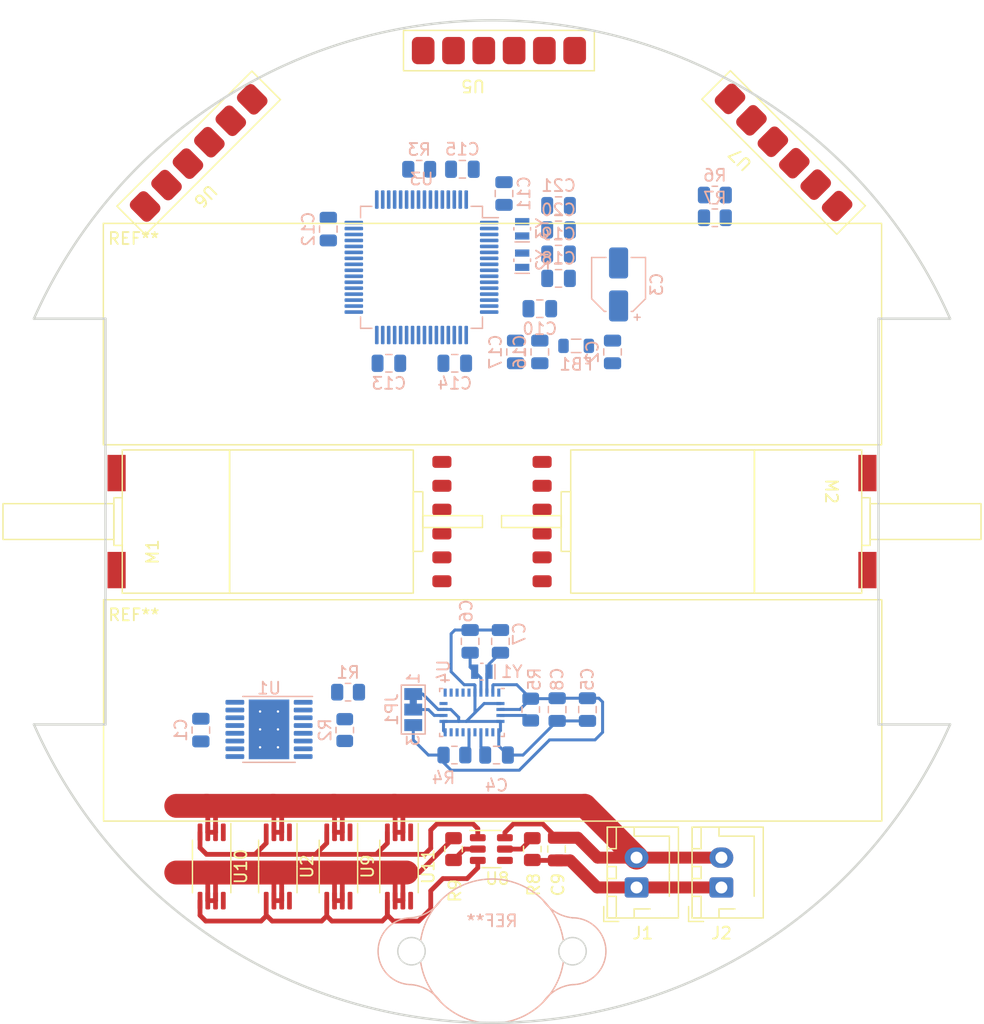
<source format=kicad_pcb>
(kicad_pcb (version 20221018) (generator pcbnew)
  (layers (0 "F.Cu" signal) (31 "B.Cu" signal) (34 "B.Paste" user) (35 "F.Paste" user) (36 "B.SilkS" user "B.Silkscreen") (37 "F.SilkS" user "F.Silkscreen") (38 "B.Mask" user) (39 "F.Mask" user) (44 "Edge.Cuts" user))
  (net 0 "")
  (net 1 "GND")
  (net 2 "M1_B")
  (net 3 "+5V")
  (net 4 "M1_A")
  (net 5 "Net-(M1-M2)")
  (net 6 "Net-(M1-M1)")
  (net 7 "M2_B")
  (net 8 "M2_A")
  (net 9 "Net-(M2-M2)")
  (net 10 "Net-(M2-M1)")
  (net 12 "Net-(U1-AISEN)")
  (net 13 "Net-(U1-BISEN)")
  (net 15 "-BATT")
  (net 16 "DRV_B1")
  (net 17 "Net-(U1-VCP)")
  (net 18 "DRV_B2")
  (net 19 "DRV_A2")
  (net 20 "Net-(JP1-C)")
  (net 21 "+3.3V")
  (net 22 "BNO_INT")
  (net 23 "VL_EN1")
  (net 24 "VL_EN2")
  (net 25 "VL_EN3")
  (net 26 "SDA")
  (net 27 "SCL")
  (net 29 "Net-(U4-~{BOOT_LOAD_PIN})")
  (net 32 "Net-(U4-CAP)")
  (net 34 "Net-(U4-~{RESET})")
  (net 41 "Net-(U4-XOUT32)")
  (net 42 "Net-(U4-XIN32)")
  (net 46 "DRV_A1")
  (net 47 "+BATT")
  (net 48 "Net-(U8-VCC)")
  (net 49 "Net-(U8-CS)")
  (net 50 "Net-(U10-G1)")
  (net 51 "Net-(U10-G2)")
  (net 53 "Net-(U9-D-Pad1)")
  (net 54 "Net-(U10-D-Pad1)")
  (net 55 "Net-(U2-D-Pad1)")
  (net 56 "Net-(U11-D-Pad1)")
  (net 57 "Net-(R9-Pad1)")
  (net 58 "/NRST")
  (net 59 "+3.3VA")
  (net 60 "Net-(U3-PF1)")
  (net 61 "Net-(U3-PF0)")
  (net 62 "Net-(U3-PC15)")
  (net 63 "Net-(U3-PC14)")
  (net 64 "/BOOT0")
  (footprint "pololu:VL53L0X" (layer "F.Cu") (at 68.58 22.225 180)
    (fp_text reference "U5")
    (fp_text value "~")
  )
  (footprint "Connector_JST:JST_XH_B2B-XH-AM_1x02_P2.50mm_Vertical" (layer "F.Cu") (at 72.119 90.658 90)
    (fp_text reference "J1")
    (fp_text value "Battery connector")
  )
  (footprint "Package_SO:TSSOP-8_4.4x3mm_P0.65mm" (layer "F.Cu") (at 52.2025 88.9 -90)
    (fp_text reference "U11")
    (fp_text value "~")
  )
  (footprint "pololu:N20_EXTENDED_SHAFT" (layer "F.Cu") (at 19 60 90)
    (fp_text reference "M1")
    (fp_text value "N20_MOTOR_EXTENDED_SHAFT")
  )
  (footprint "Resistor_SMD:R_0805_2012Metric" (layer "F.Cu") (at 56.7745 87.442 -90)
    (fp_text reference "R9")
    (fp_text value "1K")
  )
  (footprint "Resistor_SMD:R_0805_2012Metric" (layer "F.Cu") (at 63.3785 87.442 90)
    (fp_text reference "R8")
    (fp_text value "100R")
  )
  (footprint "Package_TO_SOT_SMD:SOT-23-6" (layer "F.Cu") (at 59.944 87.442)
    (fp_text reference "U8")
    (fp_text value "~")
  )
  (footprint "pololu:VL53L0X" (layer "F.Cu") (at 88.907818 35.925839 135)
    (fp_text reference "U7")
    (fp_text value "~")
  )
  (footprint "pololu:N20_EXTENDED_SHAFT" (layer "F.Cu") (at 101 60 -90)
    (fp_text reference "M2")
    (fp_text value "N20_MOTOR_EXTENDED_SHAFT")
  )
  (footprint "Connector_JST:JST_XH_B2B-XH-AM_1x02_P2.50mm_Vertical" (layer "F.Cu") (at 79.231 90.658 90)
    (fp_text reference "J2")
    (fp_text value "Battery connector")
  )
  (footprint "pololu:SAMSUNG_18650" (layer "F.Cu") (at 27.432 66.548)
    (fp_text reference "REF**")
    (fp_text value "SAMSUNG_18650")
  )
  (footprint "pololu:SAMSUNG_18650" (layer "F.Cu") (at 27.414 35.016)
    (fp_text reference "REF**")
    (fp_text value "SAMSUNG_18650")
  )
  (footprint "Package_SO:TSSOP-8_4.4x3mm_P0.65mm" (layer "F.Cu") (at 47.1225 88.9 -90)
    (fp_text reference "U9")
    (fp_text value "~")
  )
  (footprint "Package_SO:TSSOP-8_4.4x3mm_P0.65mm" (layer "F.Cu") (at 36.4955 88.9 -90)
    (fp_text reference "U10")
    (fp_text value "~")
  )
  (footprint "Capacitor_SMD:C_0805_2012Metric" (layer "F.Cu") (at 65.4105 87.442 -90)
    (fp_text reference "C9")
    (fp_text value "100nF")
  )
  (footprint "Package_SO:TSSOP-8_4.4x3mm_P0.65mm" (layer "F.Cu") (at 42.0425 88.9 -90)
    (fp_text reference "U2")
    (fp_text value "~")
  )
  (footprint "pololu:VL53L0X" (layer "F.Cu") (at 42.257788 24.648233 -135)
    (fp_text reference "U6")
    (fp_text value "~")
  )
  (footprint "Capacitor_SMD:C_0805_2012Metric" (layer "B.Cu") (at 60.706 70.038 90)
    (fp_text reference "C7")
    (fp_text value "22pF")
  )
  (footprint "Jumper:SolderJumper-3_P1.3mm_Bridged12_Pad1.0x1.5mm_NumberLabels" (layer "B.Cu") (at 53.396154 75.753 -90)
    (fp_text reference "JP1")
    (fp_text value "I2C_ADDR_SEL")
  )
  (footprint "Capacitor_SMD:C_0805_2012Metric" (layer "B.Cu") (at 65.5785 39.624 180)
    (fp_text reference "C18")
    (fp_text value "12pf")
  )
  (footprint "Resistor_SMD:R_0805_2012Metric" (layer "B.Cu") (at 56.848654 79.563 180)
    (fp_text reference "R4")
    (fp_text value "10K")
  )
  (footprint "Resistor_SMD:R_0805_2012Metric" (layer "B.Cu") (at 47.655 77.47 -90)
    (fp_text reference "R2")
    (fp_text value "0.2R")
  )
  (footprint "pololu:BALL_CASTER_3_8" (layer "B.Cu") (at 59.99997 96 180)
    (fp_text reference "REF**")
    (fp_text value "BALL_CASTER_3_8")
    (fp_circle (center -6.75 0) (end -5.6 0) (stroke (width 0.12)) (fill none) (layer "Edge.Cuts"))
    (fp_circle (center 6.75 0) (end 7.9 0) (stroke (width 0.12)) (fill none) (layer "Edge.Cuts"))
  )
  (footprint "Package_LGA:LGA-28_5.2x3.8mm_P0.5mm" (layer "B.Cu") (at 58.321 75.9955 180)
    (fp_text reference "U4")
    (fp_text value "BNO055")
  )
  (footprint "Inductor_SMD:L_0805_2012Metric" (layer "B.Cu") (at 67.056 45.278)
    (fp_text reference "FB1")
    (fp_text value "FerriteBead")
  )
  (footprint "Capacitor_SMD:CP_Elec_4x3" (layer "B.Cu") (at 70.612 40.132 90)
    (fp_text reference "C3")
    (fp_text value "10uF")
  )
  (footprint "Capacitor_SMD:C_0805_2012Metric" (layer "B.Cu") (at 35.59 77.47 -90)
    (fp_text reference "C1")
    (fp_text value "10nF")
  )
  (footprint "Capacitor_SMD:C_0805_2012Metric" (layer "B.Cu") (at 58.166 70.038 90)
    (fp_text reference "C6")
    (fp_text value "22pF")
  )
  (footprint "Capacitor_SMD:C_0805_2012Metric" (layer "B.Cu") (at 65.5785 37.592 180)
    (fp_text reference "C19")
    (fp_text value "12pf")
  )
  (footprint "Capacitor_SMD:C_0805_2012Metric" (layer "B.Cu") (at 57.5165 30.48 180)
    (fp_text reference "C15")
    (fp_text value "100nF")
  )
  (footprint "Resistor_SMD:R_0805_2012Metric" (layer "B.Cu") (at 47.9325 74.295 180)
    (fp_text reference "R1")
    (fp_text value "0.2R")
  )
  (footprint "Resistor_SMD:R_0805_2012Metric" (layer "B.Cu") (at 53.8945 30.48 180)
    (fp_text reference "R3")
    (fp_text value "10K")
  )
  (footprint "Crystal:Crystal_SMD_MicroCrystal_CM9V-T1A-2Pin_1.6x1.0mm" (layer "B.Cu") (at 62.5305 35.468 90)
    (fp_text reference "Y3")
    (fp_text value "32.768kHz")
  )
  (footprint "Capacitor_SMD:C_0805_2012Metric" (layer "B.Cu") (at 65.5785 33.528 180)
    (fp_text reference "C21")
    (fp_text value "4.3pF")
  )
  (footprint "Capacitor_SMD:C_0805_2012Metric" (layer "B.Cu") (at 61.976 45.786 -90)
    (fp_text reference "C17")
    (fp_text value "10nF")
  )
  (footprint "Capacitor_SMD:C_0805_2012Metric" (layer "B.Cu") (at 70.104 45.786 -90)
    (fp_text reference "C2")
    (fp_text value "1uF")
  )
  (footprint "Package_SO:HTSSOP-16-1EP_4.4x5mm_P0.65mm_EP3.4x5mm_Mask2.46x2.31mm_ThermalVias" (layer "B.Cu") (at 41.305 77.415 180)
    (fp_text reference "U1")
    (fp_text value "DRV8833PWP")
  )
  (footprint "Capacitor_SMD:C_0805_2012Metric" (layer "B.Cu") (at 64.008 42.164)
    (fp_text reference "C10")
    (fp_text value "100nF")
  )
  (footprint "Package_QFP:LQFP-64_10x10mm_P0.5mm" (layer "B.Cu") (at 54.0885 38.695 180)
    (fp_text reference "U3")
    (fp_text value "STM32F303RETx")
  )
  (footprint "Crystal:Crystal_SMD_MicroCrystal_CM9V-T1A-2Pin_1.6x1.0mm" (layer "B.Cu") (at 59.146154 72.578 180)
    (fp_text reference "Y1")
    (fp_text value "32.768kHz")
  )
  (footprint "Capacitor_SMD:C_0805_2012Metric" (layer "B.Cu") (at 68.001154 75.753 -90)
    (fp_text reference "C5")
    (fp_text value "100nF")
  )
  (footprint "Resistor_SMD:R_0805_2012Metric" (layer "B.Cu") (at 78.683 32.639 180)
    (fp_text reference "R6")
    (fp_text value "R")
  )
  (footprint "Capacitor_SMD:C_0805_2012Metric" (layer "B.Cu") (at 60.381154 79.563)
    (fp_text reference "C4")
    (fp_text value "1uF")
  )
  (footprint "Crystal:Crystal_SMD_MicroCrystal_CM9V-T1A-2Pin_1.6x1.0mm" (layer "B.Cu") (at 62.5305 38.1 90)
    (fp_text reference "Y2")
    (fp_text value "8MHz")
  )
  (footprint "Capacitor_SMD:C_0805_2012Metric" (layer "B.Cu") (at 65.5785 35.56 180)
    (fp_text reference "C20")
    (fp_text value "4.3pF")
  )
  (footprint "Capacitor_SMD:C_0805_2012Metric" (layer "B.Cu") (at 61.0065 32.512 90)
    (fp_text reference "C11")
    (fp_text value "1uF")
  )
  (footprint "Capacitor_SMD:C_0805_2012Metric" (layer "B.Cu") (at 56.8765 46.736)
    (fp_text reference "C14")
    (fp_text value "100nF")
  )
  (footprint "Resistor_SMD:R_0805_2012Metric" (layer "B.Cu") (at 63.246 75.753 90)
    (fp_text reference "R5")
    (fp_text value "10K")
  )
  (footprint "Capacitor_SMD:C_0805_2012Metric" (layer "B.Cu") (at 51.3545 46.736)
    (fp_text reference "C13")
    (fp_text value "100nF")
  )
  (footprint "Capacitor_SMD:C_0805_2012Metric" (layer "B.Cu") (at 65.461154 75.753 -90)
    (fp_text reference "C8")
    (fp_text value "120nF")
  )
  (footprint "Resistor_SMD:R_0805_2012Metric" (layer "B.Cu") (at 78.683 34.544 180)
    (fp_text reference "R7")
    (fp_text value "R")
  )
  (footprint "Capacitor_SMD:C_0805_2012Metric" (layer "B.Cu") (at 64.008 45.786 -90)
    (fp_text reference "C16")
    (fp_text value "1uF")
  )
  (footprint "Capacitor_SMD:C_0805_2012Metric" (layer "B.Cu") (at 46.2745 35.494 -90)
    (fp_text reference "C12")
    (fp_text value "100nF")
  )
  (gr_line (start 21.5943 43) (end 27.5943 43) (stroke (width 0.2)) (layer "Edge.Cuts"))
  (gr_line (start 92.4057 77) (end 92.4057 43) (stroke (width 0.2)) (layer "Edge.Cuts"))
  (gr_line (start 27.5943 77) (end 21.5943 77) (stroke (width 0.2)) (layer "Edge.Cuts"))
  (gr_arc (start 98.405731 76.999995) (mid 59.999927 102) (end 21.59421 76.999861) (stroke (width 0.2)) (layer "Edge.Cuts"))
  (gr_line (start 27.5943 43) (end 27.5943 77) (stroke (width 0.2)) (layer "Edge.Cuts"))
  (gr_line (start 98.4057 77) (end 92.4057 77) (stroke (width 0.2)) (layer "Edge.Cuts"))
  (gr_arc (start 21.59421 43.000139) (mid 59.999927 18) (end 98.405731 43.000005) (stroke (width 0.2)) (layer "Edge.Cuts"))
  (gr_line (start 92.4057 43) (end 98.4057 43) (stroke (width 0.2)) (layer "Edge.Cuts"))
  (segment (start 56.571154 69.403) (end 56.571154 72.578) (width 0.25) (layer "B.Cu") (net 1))
  (segment (start 58.166 69.088) (end 56.886154 69.088) (width 0.25) (layer "B.Cu") (net 1))
  (segment (start 60.571 78.802846) (end 61.331154 79.563) (width 0.25) (layer "B.Cu") (net 1))
  (segment (start 58.571 74.333) (end 58.571 76.015654) (width 0.25) (layer "B.Cu") (net 1))
  (segment (start 57.206154 76.7455) (end 57.841154 76.7455) (width 0.25) (layer "B.Cu") (net 1))
  (segment (start 55.9335 77.5205) (end 56.071 77.658) (width 0.25) (layer "B.Cu") (net 1))
  (segment (start 58.571 73.7185) (end 58.571 74.333) (width 0.25) (layer "B.Cu") (net 1))
  (segment (start 62.601154 79.563) (end 65.461154 76.703) (width 0.25) (layer "B.Cu") (net 1))
  (segment (start 60.7085 77.5205) (end 60.571 77.658) (width 0.25) (layer "B.Cu") (net 1))
  (segment (start 56.886154 69.088) (end 56.571154 69.403) (width 0.25) (layer "B.Cu") (net 1))
  (segment (start 60.571 77.658) (end 60.571 78.802846) (width 0.25) (layer "B.Cu") (net 1))
  (segment (start 58.523 73.6705) (end 58.571 73.7185) (width 0.25) (layer "B.Cu") (net 1))
  (segment (start 57.841154 76.7455) (end 60.7085 76.7455) (width 0.25) (layer "B.Cu") (net 1))
  (segment (start 58.571 76.015654) (end 57.841154 76.7455) (width 0.25) (layer "B.Cu") (net 1))
  (segment (start 54.189896 74.453) (end 55.482396 75.7455) (width 0.25) (layer "B.Cu") (net 1))
  (segment (start 59.341154 75.2455) (end 58.571 76.015654) (width 0.25) (layer "B.Cu") (net 1))
  (segment (start 60.7085 75.2455) (end 59.341154 75.2455) (width 0.25) (layer "B.Cu") (net 1))
  (segment (start 58.166 69.088) (end 58.156154 69.088) (width 0.25) (layer "B.Cu") (net 1))
  (segment (start 55.9335 76.7455) (end 55.9335 77.5205) (width 0.25) (layer "B.Cu") (net 1))
  (segment (start 56.548 75.7455) (end 57.206154 76.403654) (width 0.25) (layer "B.Cu") (net 1))
  (segment (start 55.482396 75.7455) (end 55.9335 75.7455) (width 0.25) (layer "B.Cu") (net 1))
  (segment (start 65.461154 76.703) (end 68.001154 76.703) (width 0.25) (layer "B.Cu") (net 1))
  (segment (start 58.166 69.088) (end 60.706 69.088) (width 0.25) (layer "B.Cu") (net 1))
  (segment (start 56.571154 72.578) (end 57.663654 73.6705) (width 0.25) (layer "B.Cu") (net 1))
  (segment (start 57.206154 76.403654) (end 57.206154 76.7455) (width 0.25) (layer "B.Cu") (net 1))
  (segment (start 57.663654 73.6705) (end 58.523 73.6705) (width 0.25) (layer "B.Cu") (net 1))
  (segment (start 53.396154 74.453) (end 54.189896 74.453) (width 0.25) (layer "B.Cu") (net 1))
  (segment (start 58.156154 69.088) (end 57.841154 69.403) (width 0.25) (layer "B.Cu") (net 1))
  (segment (start 55.9335 76.7455) (end 57.206154 76.7455) (width 0.25) (layer "B.Cu") (net 1))
  (segment (start 55.9335 75.7455) (end 56.548 75.7455) (width 0.25) (layer "B.Cu") (net 1))
  (segment (start 60.7085 76.7455) (end 60.7085 77.5205) (width 0.25) (layer "B.Cu") (net 1))
  (segment (start 61.331154 79.563) (end 62.601154 79.563) (width 0.25) (layer "B.Cu") (net 1))
  (segment (start 65.4105 86.492) (end 64.2625 85.344) (width 0.4) (layer "F.Cu") (net 15))
  (segment (start 33.528 83.82) (end 36.068 83.82) (width 2) (layer "F.Cu") (net 15))
  (segment (start 61.0815 86.0505) (end 61.0815 86.492) (width 0.4) (layer "F.Cu") (net 15))
  (segment (start 46.7975 83.8815) (end 46.736 83.82) (width 0.4) (layer "F.Cu") (net 15))
  (segment (start 65.4105 86.492) (end 65.4105 86.853827) (width 0.25) (layer "F.Cu") (net 15))
  (segment (start 68.854 88.158) (end 72.119 88.158) (width 1) (layer "F.Cu") (net 15))
  (segment (start 51.816 83.82) (end 67.781 83.82) (width 2) (layer "F.Cu") (net 15))
  (segment (start 67.781 83.82) (end 72.119 88.158) (width 2) (layer "F.Cu") (net 15))
  (segment (start 41.656 83.82) (end 46.736 83.82) (width 2) (layer "F.Cu") (net 15))
  (segment (start 41.7175 83.8815) (end 41.656 83.82) (width 0.4) (layer "F.Cu") (net 15))
  (segment (start 51.8775 86.0375) (end 52.5275 86.0375) (width 0.4) (layer "F.Cu") (net 15))
  (segment (start 36.1705 86.0375) (end 36.1705 83.9225) (width 0.4) (layer "F.Cu") (net 15))
  (segment (start 36.8205 84.5725) (end 36.068 83.82) (width 0.4) (layer "F.Cu") (net 15))
  (segment (start 42.3675 84.5315) (end 41.656 83.82) (width 0.4) (layer "F.Cu") (net 15))
  (segment (start 36.1705 83.9225) (end 36.068 83.82) (width 0.4) (layer "F.Cu") (net 15))
  (segment (start 36.068 83.82) (end 41.656 83.82) (width 2) (layer "F.Cu") (net 15))
  (segment (start 46.7975 86.0375) (end 46.7975 83.8815) (width 0.4) (layer "F.Cu") (net 15))
  (segment (start 67.188 86.492) (end 68.854 88.158) (width 1) (layer "F.Cu") (net 15))
  (segment (start 65.4105 86.492) (end 67.188 86.492) (width 1) (layer "F.Cu") (net 15))
  (segment (start 72.119 88.158) (end 79.231 88.158) (width 1) (layer "F.Cu") (net 15))
  (segment (start 41.7175 86.0375) (end 41.7175 83.8815) (width 0.4) (layer "F.Cu") (net 15))
  (segment (start 52.5275 86.0375) (end 52.5275 84.5315) (width 0.4) (layer "F.Cu") (net 15))
  (segment (start 47.4475 86.0375) (end 47.4475 84.5315) (width 0.4) (layer "F.Cu") (net 15))
  (segment (start 42.3675 86.0375) (end 42.3675 84.5315) (width 0.4) (layer "F.Cu") (net 15))
  (segment (start 41.7175 86.0375) (end 42.3675 86.0375) (width 0.4) (layer "F.Cu") (net 15))
  (segment (start 64.2625 85.344) (end 61.788 85.344) (width 0.4) (layer "F.Cu") (net 15))
  (segment (start 46.736 83.82) (end 51.816 83.82) (width 2) (layer "F.Cu") (net 15))
  (segment (start 36.8205 86.0375) (end 36.8205 84.5725) (width 0.4) (layer "F.Cu") (net 15))
  (segment (start 61.788 85.344) (end 61.0815 86.0505) (width 0.4) (layer "F.Cu") (net 15))
  (segment (start 47.4475 84.5315) (end 46.736 83.82) (width 0.4) (layer "F.Cu") (net 15))
  (segment (start 51.8775 83.8815) (end 51.816 83.82) (width 0.4) (layer "F.Cu") (net 15))
  (segment (start 46.7975 86.0375) (end 47.4475 86.0375) (width 0.4) (layer "F.Cu") (net 15))
  (segment (start 52.5275 84.5315) (end 51.816 83.82) (width 0.4) (layer "F.Cu") (net 15))
  (segment (start 51.8775 86.0375) (end 51.8775 83.8815) (width 0.4) (layer "F.Cu") (net 15))
  (segment (start 36.1705 86.0375) (end 36.8205 86.0375) (width 0.4) (layer "F.Cu") (net 15))
  (segment (start 54.666154 75.753) (end 53.396154 75.753) (width 0.25) (layer "B.Cu") (net 20))
  (segment (start 55.158654 76.2455) (end 54.666154 75.753) (width 0.25) (layer "B.Cu") (net 20))
  (segment (start 55.9335 76.2455) (end 55.158654 76.2455) (width 0.25) (layer "B.Cu") (net 20))
  (segment (start 64.16 60.96) (end 64.2 61) (width 0.25) (layer "F.Cu") (net 21))
  (segment (start 65.423654 74.8405) (end 65.461154 74.803) (width 0.25) (layer "B.Cu") (net 21))
  (segment (start 55.936154 79.563) (end 54.666154 79.563) (width 0.25) (layer "B.Cu") (net 21))
  (segment (start 54.666154 79.563) (end 53.396154 78.293) (width 0.25) (layer "B.Cu") (net 21))
  (segment (start 60.071 74.333) (end 60.071 73.7185) (width 0.25) (layer "B.Cu") (net 21))
  (segment (start 60.119 73.6705) (end 62.076 73.6705) (width 0.25) (layer "B.Cu") (net 21))
  (segment (start 62.076 73.6705) (end 63.246 74.8405) (width 0.25) (layer "B.Cu") (net 21))
  (segment (start 56.571154 80.833) (end 62.286154 80.833) (width 0.25) (layer "B.Cu") (net 21))
  (segment (start 68.956154 74.803) (end 68.001154 74.803) (width 0.25) (layer "B.Cu") (net 21))
  (segment (start 55.936154 79.563) (end 55.936154 80.198) (width 0.25) (layer "B.Cu") (net 21))
  (segment (start 69.271154 75.118) (end 68.956154 74.803) (width 0.25) (layer "B.Cu") (net 21))
  (segment (start 62.341 75.7455) (end 60.7085 75.7455) (width 0.25) (layer "B.Cu") (net 21))
  (segment (start 64.826154 78.293) (end 68.636154 78.293) (width 0.25) (layer "B.Cu") (net 21))
  (segment (start 69.271154 77.658) (end 69.271154 75.118) (width 0.25) (layer "B.Cu") (net 21))
  (segment (start 62.286154 80.833) (end 64.826154 78.293) (width 0.25) (layer "B.Cu") (net 21))
  (segment (start 68.636154 78.293) (end 69.271154 77.658) (width 0.25) (layer "B.Cu") (net 21))
  (segment (start 65.461154 74.803) (end 68.001154 74.803) (width 0.25) (layer "B.Cu") (net 21))
  (segment (start 53.396154 78.293) (end 53.396154 77.053) (width 0.25) (layer "B.Cu") (net 21))
  (segment (start 63.246 74.8405) (end 65.423654 74.8405) (width 0.25) (layer "B.Cu") (net 21))
  (segment (start 63.246 74.8405) (end 62.341 75.7455) (width 0.25) (layer "B.Cu") (net 21))
  (segment (start 60.071 73.7185) (end 60.119 73.6705) (width 0.25) (layer "B.Cu") (net 21))
  (segment (start 55.936154 80.198) (end 56.571154 80.833) (width 0.25) (layer "B.Cu") (net 21))
  (segment (start 63.246 76.6655) (end 62.826 76.2455) (width 0.25) (layer "B.Cu") (net 29))
  (segment (start 62.826 76.2455) (end 60.7085 76.2455) (width 0.25) (layer "B.Cu") (net 29))
  (segment (start 59.431154 79.563) (end 59.746154 79.563) (width 0.25) (layer "B.Cu") (net 32))
  (segment (start 59.071 78.887846) (end 59.071 77.658) (width 0.25) (layer "B.Cu") (net 32))
  (segment (start 59.746154 79.563) (end 59.071 78.887846) (width 0.25) (layer "B.Cu") (net 32))
  (segment (start 57.761154 79.563) (end 58.071 79.253154) (width 0.25) (layer "B.Cu") (net 34))
  (segment (start 58.071 79.253154) (end 58.071 77.658) (width 0.25) (layer "B.Cu") (net 34))
  (segment (start 58.166 70.988) (end 58.166 72.197846) (width 0.25) (layer "B.Cu") (net 41))
  (segment (start 59.071 73.102846) (end 59.071 74.333) (width 0.25) (layer "B.Cu") (net 41))
  (segment (start 58.166 72.197846) (end 58.546154 72.578) (width 0.25) (layer "B.Cu") (net 41))
  (segment (start 58.546154 72.578) (end 59.071 73.102846) (width 0.25) (layer "B.Cu") (net 41))
  (segment (start 59.746154 72.578) (end 59.746154 71.947846) (width 0.25) (layer "B.Cu") (net 42))
  (segment (start 59.746154 72.578) (end 59.571 72.753154) (width 0.25) (layer "B.Cu") (net 42))
  (segment (start 59.746154 71.947846) (end 60.706 70.988) (width 0.25) (layer "B.Cu") (net 42))
  (segment (start 59.571 72.753154) (end 59.571 74.333) (width 0.25) (layer "B.Cu") (net 42))
  (segment (start 66.548 88.392) (end 68.814 90.658) (width 1) (layer "F.Cu") (net 47))
  (segment (start 65.4105 88.392) (end 63.416 88.392) (width 0.4) (layer "F.Cu") (net 47))
  (segment (start 72.119 90.658) (end 79.231 90.658) (width 1) (layer "F.Cu") (net 47))
  (segment (start 65.4105 88.392) (end 66.548 88.392) (width 1) (layer "F.Cu") (net 47))
  (segment (start 63.416 88.392) (end 63.3785 88.3545) (width 0.4) (layer "F.Cu") (net 47))
  (segment (start 68.814 90.658) (end 72.119 90.658) (width 1) (layer "F.Cu") (net 47))
  (segment (start 61.0815 87.442) (end 62.466 87.442) (width 0.4) (layer "F.Cu") (net 48))
  (segment (start 62.466 87.442) (end 63.3785 86.5295) (width 0.4) (layer "F.Cu") (net 48))
  (segment (start 58.8065 87.442) (end 57.687 87.442) (width 0.4) (layer "F.Cu") (net 49))
  (segment (start 57.687 87.442) (end 56.7745 88.3545) (width 0.4) (layer "F.Cu") (net 49))
  (segment (start 58.8065 85.7305) (end 58.8065 86.492) (width 0.4) (layer "F.Cu") (net 50))
  (segment (start 35.5205 86.0375) (end 35.5205 87.3365) (width 0.4) (layer "F.Cu") (net 50))
  (segment (start 50.292 87.884) (end 51.2275 86.9485) (width 0.4) (layer "F.Cu") (net 50))
  (segment (start 45.212 87.884) (end 46.1475 86.9485) (width 0.4) (layer "F.Cu") (net 50))
  (segment (start 45.212 87.884) (end 50.292 87.884) (width 0.4) (layer "F.Cu") (net 50))
  (segment (start 50.292 87.884) (end 54.356 87.884) (width 0.4) (layer "F.Cu") (net 50))
  (segment (start 54.864 85.852) (end 55.372 85.344) (width 0.4) (layer "F.Cu") (net 50))
  (segment (start 55.372 85.344) (end 58.42 85.344) (width 0.4) (layer "F.Cu") (net 50))
  (segment (start 35.5205 87.3365) (end 36.068 87.884) (width 0.4) (layer "F.Cu") (net 50))
  (segment (start 51.2275 86.9485) (end 51.2275 86.0375) (width 0.4) (layer "F.Cu") (net 50))
  (segment (start 54.356 87.884) (end 54.864 87.376) (width 0.4) (layer "F.Cu") (net 50))
  (segment (start 58.42 85.344) (end 58.8065 85.7305) (width 0.4) (layer "F.Cu") (net 50))
  (segment (start 40.132 87.884) (end 45.212 87.884) (width 0.4) (layer "F.Cu") (net 50))
  (segment (start 36.068 87.884) (end 40.132 87.884) (width 0.4) (layer "F.Cu") (net 50))
  (segment (start 40.132 87.884) (end 41.0675 86.9485) (width 0.4) (layer "F.Cu") (net 50))
  (segment (start 46.1475 86.9485) (end 46.1475 86.0375) (width 0.4) (layer "F.Cu") (net 50))
  (segment (start 54.864 87.376) (end 54.864 85.852) (width 0.4) (layer "F.Cu") (net 50))
  (segment (start 41.0675 86.9485) (end 41.0675 86.0375) (width 0.4) (layer "F.Cu") (net 50))
  (segment (start 54.864 90.932) (end 55.88 89.916) (width 0.4) (layer "F.Cu") (net 51))
  (segment (start 55.88 89.916) (end 57.912 89.916) (width 0.4) (layer "F.Cu") (net 51))
  (segment (start 40.64 93.472) (end 35.997696 93.472) (width 0.4) (layer "F.Cu") (net 51))
  (segment (start 35.5205 92.994804) (end 35.5205 91.7625) (width 0.4) (layer "F.Cu") (net 51))
  (segment (start 46.575 93.472) (end 50.8 93.472) (width 0.4) (layer "F.Cu") (net 51))
  (segment (start 46.1475 93.0445) (end 45.72 93.472) (width 0.4) (layer "F.Cu") (net 51))
  (segment (start 51.2275 93.0445) (end 51.2275 91.7625) (width 0.4) (layer "F.Cu") (net 51))
  (segment (start 51.2275 91.7625) (end 51.2275 92.974304) (width 0.4) (layer "F.Cu") (net 51))
  (segment (start 46.1475 91.7625) (end 46.1475 93.0445) (width 0.4) (layer "F.Cu") (net 51))
  (segment (start 41.0675 93.0445) (end 40.64 93.472) (width 0.4) (layer "F.Cu") (net 51))
  (segment (start 35.997696 93.472) (end 35.5205 92.994804) (width 0.4) (layer "F.Cu") (net 51))
  (segment (start 46.1475 93.0445) (end 46.575 93.472) (width 0.4) (layer "F.Cu") (net 51))
  (segment (start 41.0675 92.974304) (end 41.0675 91.7625) (width 0.4) (layer "F.Cu") (net 51))
  (segment (start 45.72 93.472) (end 41.565196 93.472) (width 0.4) (layer "F.Cu") (net 51))
  (segment (start 53.848 93.472) (end 54.864 92.456) (width 0.4) (layer "F.Cu") (net 51))
  (segment (start 51.725196 93.472) (end 53.848 93.472) (width 0.4) (layer "F.Cu") (net 51))
  (segment (start 51.2275 92.974304) (end 51.725196 93.472) (width 0.4) (layer "F.Cu") (net 51))
  (segment (start 57.912 89.916) (end 58.8065 89.0215) (width 0.4) (layer "F.Cu") (net 51))
  (segment (start 41.0675 92.974304) (end 41.565196 93.472) (width 0.4) (layer "F.Cu") (net 51))
  (segment (start 41.0675 91.7625) (end 41.0675 93.0445) (width 0.4) (layer "F.Cu") (net 51))
  (segment (start 50.8 93.472) (end 51.2275 93.0445) (width 0.4) (layer "F.Cu") (net 51))
  (segment (start 58.8065 89.0215) (end 58.8065 88.392) (width 0.4) (layer "F.Cu") (net 51))
  (segment (start 46.1475 92.720303) (end 46.1475 91.7625) (width 0.4) (layer "F.Cu") (net 51))
  (segment (start 54.864 92.456) (end 54.864 90.932) (width 0.4) (layer "F.Cu") (net 51))
  (segment (start 51.8775 89.4695) (end 51.816 89.408) (width 0.4) (layer "F.Cu") (net 57))
  (segment (start 36.1705 91.7625) (end 36.8205 91.7625) (width 0.4) (layer "F.Cu") (net 57))
  (segment (start 42.3675 91.7625) (end 42.3675 90.1195) (width 0.4) (layer "F.Cu") (net 57))
  (segment (start 41.7175 91.7625) (end 41.7175 89.4695) (width 0.4) (layer "F.Cu") (net 57))
  (segment (start 46.7975 91.7625) (end 46.7975 89.4695) (width 0.4) (layer "F.Cu") (net 57))
  (segment (start 53.896 89.408) (end 52.832 89.408) (width 0.4) (layer "F.Cu") (net 57))
  (segment (start 36.1705 91.7625) (end 36.1705 89.5105) (width 0.4) (layer "F.Cu") (net 57))
  (segment (start 52.832 89.408) (end 51.816 89.408) (width 2) (layer "F.Cu") (net 57))
  (segment (start 52.5275 90.1195) (end 52.5275 91.7625) (width 0.4) (layer "F.Cu") (net 57))
  (segment (start 47.4475 90.1195) (end 46.736 89.408) (width 0.4) (layer "F.Cu") (net 57))
  (segment (start 41.7175 91.7625) (end 42.3675 91.7625) (width 0.4) (layer "F.Cu") (net 57))
  (segment (start 41.656 89.408) (end 36.068 89.408) (width 2) (layer "F.Cu") (net 57))
  (segment (start 46.736 89.408) (end 41.656 89.408) (width 2) (layer "F.Cu") (net 57))
  (segment (start 47.4475 91.7625) (end 47.4475 90.1195) (width 0.4) (layer "F.Cu") (net 57))
  (segment (start 51.8775 91.7625) (end 51.8775 89.4695) (width 0.4) (layer "F.Cu") (net 57))
  (segment (start 36.068 89.408) (end 33.528 89.408) (width 2) (layer "F.Cu") (net 57))
  (segment (start 46.7975 89.4695) (end 46.736 89.408) (width 0.4) (layer "F.Cu") (net 57))
  (segment (start 42.3675 90.1195) (end 41.656 89.408) (width 0.4) (layer "F.Cu") (net 57))
  (segment (start 56.7745 86.5295) (end 53.896 89.408) (width 0.4) (layer "F.Cu") (net 57))
  (segment (start 51.8775 91.7625) (end 52.5275 91.7625) (width 0.4) (layer "F.Cu") (net 57))
  (segment (start 51.816 89.408) (end 46.736 89.408) (width 2) (layer "F.Cu") (net 57))
  (segment (start 36.1705 89.5105) (end 36.068 89.408) (width 0.4) (layer "F.Cu") (net 57))
  (segment (start 41.7175 89.4695) (end 41.656 89.408) (width 0.4) (layer "F.Cu") (net 57))
  (segment (start 46.7975 91.7625) (end 47.4475 91.7625) (width 0.4) (layer "F.Cu") (net 57))
  (segment (start 51.816 89.408) (end 52.5275 90.1195) (width 0.4) (layer "F.Cu") (net 57))
  (segment (start 36.8205 91.7625) (end 36.8205 90.1605) (width 0.4) (layer "F.Cu") (net 57))
  (segment (start 36.8205 90.1605) (end 36.068 89.408) (width 0.4) (layer "F.Cu") (net 57))
)
</source>
